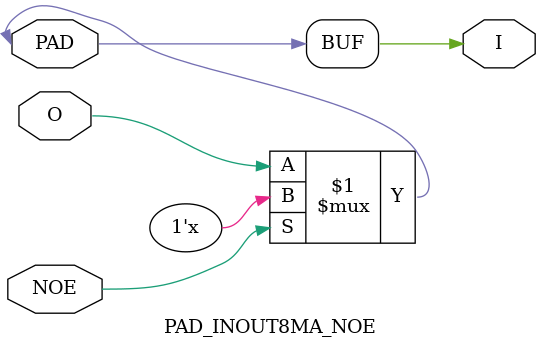
<source format=v>

`timescale 1ns/1ps

module PAD_INOUT8MA_NOE (
   // Inouts
   PAD, 
   // Outputs
   O, 
   // Inputs
   I,
   NOE
   );
   inout PAD;
   output I;
   input O;
   input NOE;

   assign PAD = NOE ? 1'bz : O;
   assign I = PAD;

endmodule // PAD_INOUT8MA_NOE

</source>
